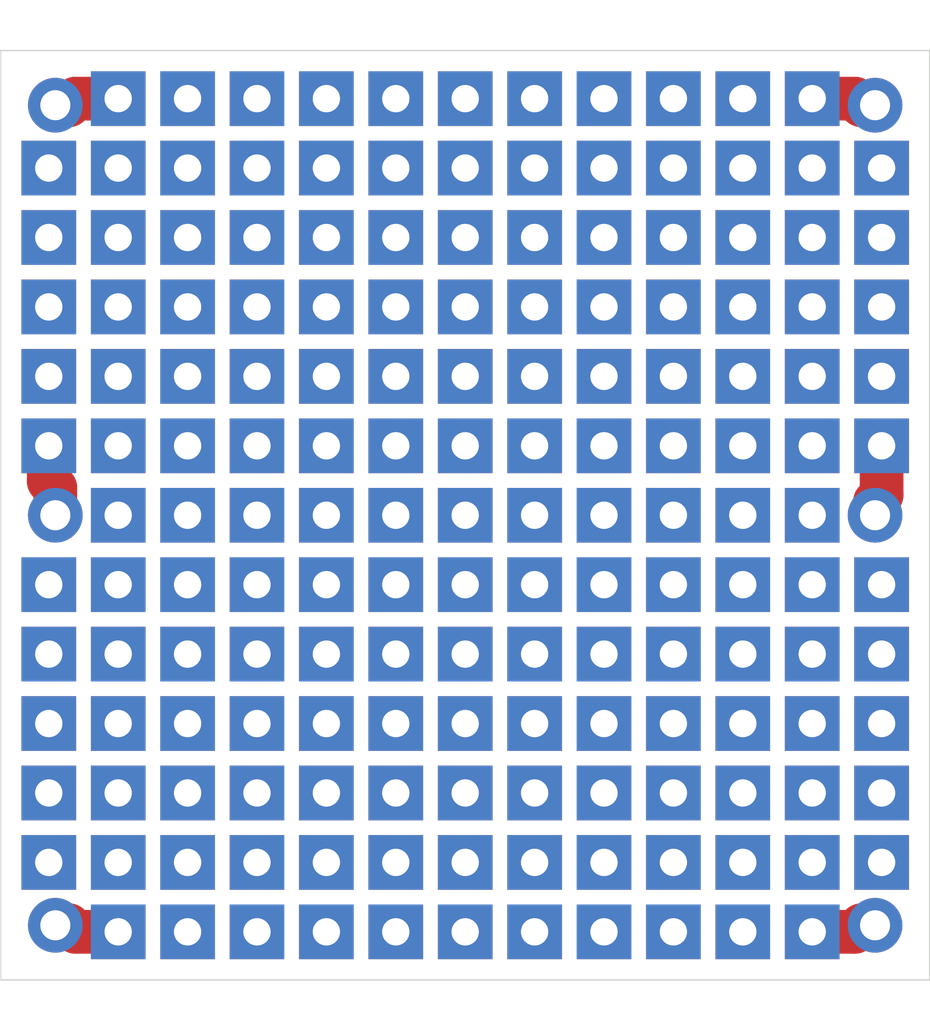
<source format=kicad_pcb>
(kicad_pcb (version 20171130) (host pcbnew 5.1.8-db9833491~87~ubuntu20.04.1)

  (general
    (thickness 1.6)
    (drawings 4)
    (tracks 18)
    (zones 0)
    (modules 7)
    (nets 7)
  )

  (page A4)
  (layers
    (0 F.Cu signal)
    (31 B.Cu signal)
    (32 B.Adhes user)
    (33 F.Adhes user)
    (34 B.Paste user)
    (35 F.Paste user)
    (36 B.SilkS user)
    (37 F.SilkS user)
    (38 B.Mask user)
    (39 F.Mask user)
    (40 Dwgs.User user)
    (41 Cmts.User user)
    (42 Eco1.User user)
    (43 Eco2.User user)
    (44 Edge.Cuts user)
    (45 Margin user)
    (46 B.CrtYd user)
    (47 F.CrtYd user)
    (48 B.Fab user)
    (49 F.Fab user)
  )

  (setup
    (last_trace_width 1.6)
    (user_trace_width 0.2)
    (user_trace_width 0.3)
    (user_trace_width 0.4)
    (user_trace_width 0.6)
    (user_trace_width 0.8)
    (user_trace_width 1)
    (user_trace_width 1.2)
    (user_trace_width 1.4)
    (user_trace_width 1.6)
    (user_trace_width 2)
    (trace_clearance 0.2)
    (zone_clearance 0.508)
    (zone_45_only no)
    (trace_min 0.1524)
    (via_size 0.8)
    (via_drill 0.4)
    (via_min_size 0.381)
    (via_min_drill 0.254)
    (user_via 0.4 0.254)
    (user_via 0.5 0.3)
    (user_via 0.6 0.4)
    (user_via 0.8 0.6)
    (user_via 1.1 0.8)
    (user_via 1.3 1)
    (user_via 1.5 1.2)
    (user_via 1.7 1.4)
    (user_via 1.9 1.6)
    (user_via 2.5 2)
    (uvia_size 0.3)
    (uvia_drill 0.1)
    (uvias_allowed no)
    (uvia_min_size 0.2)
    (uvia_min_drill 0.1)
    (edge_width 0.05)
    (segment_width 0.2)
    (pcb_text_width 0.3)
    (pcb_text_size 1.5 1.5)
    (mod_edge_width 0.12)
    (mod_text_size 0.8 0.8)
    (mod_text_width 0.12)
    (pad_size 1.524 1.524)
    (pad_drill 0.762)
    (pad_to_mask_clearance 0.0762)
    (solder_mask_min_width 0.1016)
    (pad_to_paste_clearance_ratio -0.1)
    (aux_axis_origin 0 0)
    (visible_elements FFFFFF7F)
    (pcbplotparams
      (layerselection 0x010fc_ffffffff)
      (usegerberextensions false)
      (usegerberattributes true)
      (usegerberadvancedattributes true)
      (creategerberjobfile true)
      (excludeedgelayer true)
      (linewidth 0.100000)
      (plotframeref false)
      (viasonmask false)
      (mode 1)
      (useauxorigin false)
      (hpglpennumber 1)
      (hpglpenspeed 20)
      (hpglpendiameter 15.000000)
      (psnegative false)
      (psa4output false)
      (plotreference true)
      (plotvalue true)
      (plotinvisibletext false)
      (padsonsilk false)
      (subtractmaskfromsilk false)
      (outputformat 1)
      (mirror false)
      (drillshape 1)
      (scaleselection 1)
      (outputdirectory ""))
  )

  (net 0 "")
  (net 1 /1)
  (net 2 /2)
  (net 3 /3)
  (net 4 /4)
  (net 5 /5)
  (net 6 /6)

  (net_class Default "This is the default net class."
    (clearance 0.2)
    (trace_width 0.25)
    (via_dia 0.8)
    (via_drill 0.4)
    (uvia_dia 0.3)
    (uvia_drill 0.1)
    (add_net /1)
    (add_net /2)
    (add_net /3)
    (add_net /4)
    (add_net /5)
    (add_net /6)
  )

  (module SquantorProto:proto-TH-0254-KOSGRID-2X2-P020SQ-H010 (layer F.Cu) (tedit 5FBA6398) (tstamp 5FBAEAE6)
    (at 157 78)
    (descr "Komos grid 2 by 2 prototyping area")
    (tags "KOSMOS prototyping area")
    (path /5FBA6872)
    (fp_text reference U1 (at 0 -18) (layer F.Fab)
      (effects (font (size 1 1) (thickness 0.15)))
    )
    (fp_text value KOSMOS_protoarea_6pin (at 0 17.78) (layer F.Fab)
      (effects (font (size 1 1) (thickness 0.15)))
    )
    (pad 5 thru_hole rect (at 15.24 -2.54) (size 2 2) (drill 1) (layers *.Cu *.Mask)
      (net 5 /5))
    (pad 2 thru_hole rect (at -15.24 -2.54) (size 2 2) (drill 1) (layers *.Cu *.Mask)
      (net 2 /2))
    (pad NC thru_hole rect (at 15.24 12.7) (size 2 2) (drill 1) (layers *.Cu *.Mask))
    (pad NC thru_hole rect (at -15.24 12.7) (size 2 2) (drill 1) (layers *.Cu *.Mask))
    (pad NC thru_hole rect (at -15.24 7.62) (size 2 2) (drill 1) (layers *.Cu *.Mask))
    (pad NC thru_hole rect (at -15.24 10.16) (size 2 2) (drill 1) (layers *.Cu *.Mask))
    (pad NC thru_hole rect (at -15.24 2.54) (size 2 2) (drill 1) (layers *.Cu *.Mask))
    (pad NC thru_hole rect (at -15.24 5.08) (size 2 2) (drill 1) (layers *.Cu *.Mask))
    (pad NC thru_hole rect (at 15.24 10.16) (size 2 2) (drill 1) (layers *.Cu *.Mask))
    (pad NC thru_hole rect (at 15.24 2.54) (size 2 2) (drill 1) (layers *.Cu *.Mask))
    (pad NC thru_hole rect (at 15.24 5.08) (size 2 2) (drill 1) (layers *.Cu *.Mask))
    (pad NC thru_hole rect (at 15.24 7.62) (size 2 2) (drill 1) (layers *.Cu *.Mask))
    (pad NC thru_hole rect (at 15.24 -5.08) (size 2 2) (drill 1) (layers *.Cu *.Mask))
    (pad NC thru_hole rect (at 15.24 -12.7) (size 2 2) (drill 1) (layers *.Cu *.Mask))
    (pad NC thru_hole rect (at 15.24 -10.16) (size 2 2) (drill 1) (layers *.Cu *.Mask))
    (pad NC thru_hole rect (at 15.24 -7.62) (size 2 2) (drill 1) (layers *.Cu *.Mask))
    (pad NC thru_hole rect (at -15.24 -10.16) (size 2 2) (drill 1) (layers *.Cu *.Mask))
    (pad NC thru_hole rect (at -15.24 -7.62) (size 2 2) (drill 1) (layers *.Cu *.Mask))
    (pad NC thru_hole rect (at -15.24 -5.08) (size 2 2) (drill 1) (layers *.Cu *.Mask))
    (pad NC thru_hole rect (at -15.24 -12.7) (size 2 2) (drill 1) (layers *.Cu *.Mask))
    (pad NC thru_hole rect (at -10.16 -7.62) (size 2 2) (drill 1) (layers *.Cu *.Mask))
    (pad NC thru_hole rect (at -7.62 15.24) (size 2 2) (drill 1) (layers *.Cu *.Mask))
    (pad NC thru_hole rect (at -12.7 -5.08) (size 2 2) (drill 1) (layers *.Cu *.Mask))
    (pad NC thru_hole rect (at -10.16 -15.24) (size 2 2) (drill 1) (layers *.Cu *.Mask))
    (pad NC thru_hole rect (at -10.16 7.62) (size 2 2) (drill 1) (layers *.Cu *.Mask))
    (pad NC thru_hole rect (at -10.16 -5.08) (size 2 2) (drill 1) (layers *.Cu *.Mask))
    (pad NC thru_hole rect (at -10.16 -2.54) (size 2 2) (drill 1) (layers *.Cu *.Mask))
    (pad NC thru_hole rect (at -10.16 10.16) (size 2 2) (drill 1) (layers *.Cu *.Mask))
    (pad NC thru_hole rect (at -10.16 15.24) (size 2 2) (drill 1) (layers *.Cu *.Mask))
    (pad NC thru_hole rect (at -12.7 10.16) (size 2 2) (drill 1) (layers *.Cu *.Mask))
    (pad NC thru_hole rect (at -7.62 -7.62) (size 2 2) (drill 1) (layers *.Cu *.Mask))
    (pad NC thru_hole rect (at -7.62 -12.7) (size 2 2) (drill 1) (layers *.Cu *.Mask))
    (pad NC thru_hole rect (at -12.7 -2.54) (size 2 2) (drill 1) (layers *.Cu *.Mask))
    (pad NC thru_hole rect (at -12.7 12.7) (size 2 2) (drill 1) (layers *.Cu *.Mask))
    (pad NC thru_hole rect (at -12.7 5.08) (size 2 2) (drill 1) (layers *.Cu *.Mask))
    (pad NC thru_hole rect (at -7.62 0) (size 2 2) (drill 1) (layers *.Cu *.Mask))
    (pad NC thru_hole rect (at -10.16 5.08) (size 2 2) (drill 1) (layers *.Cu *.Mask))
    (pad NC thru_hole rect (at -7.62 12.7) (size 2 2) (drill 1) (layers *.Cu *.Mask))
    (pad 1 thru_hole rect (at -12.7 -15.24) (size 2 2) (drill 1) (layers *.Cu *.Mask)
      (net 1 /1))
    (pad NC thru_hole rect (at -12.7 -7.62) (size 2 2) (drill 1) (layers *.Cu *.Mask))
    (pad NC thru_hole rect (at -12.7 0) (size 2 2) (drill 1) (layers *.Cu *.Mask))
    (pad NC thru_hole rect (at -10.16 -10.16) (size 2 2) (drill 1) (layers *.Cu *.Mask))
    (pad NC thru_hole rect (at -7.62 -15.24) (size 2 2) (drill 1) (layers *.Cu *.Mask))
    (pad NC thru_hole rect (at -12.7 7.62) (size 2 2) (drill 1) (layers *.Cu *.Mask))
    (pad NC thru_hole rect (at -7.62 10.16) (size 2 2) (drill 1) (layers *.Cu *.Mask))
    (pad NC thru_hole rect (at -12.7 -12.7) (size 2 2) (drill 1) (layers *.Cu *.Mask))
    (pad NC thru_hole rect (at -7.62 7.62) (size 2 2) (drill 1) (layers *.Cu *.Mask))
    (pad NC thru_hole rect (at -7.62 -2.54) (size 2 2) (drill 1) (layers *.Cu *.Mask))
    (pad NC thru_hole rect (at -10.16 2.54) (size 2 2) (drill 1) (layers *.Cu *.Mask))
    (pad NC thru_hole rect (at -12.7 -10.16) (size 2 2) (drill 1) (layers *.Cu *.Mask))
    (pad NC thru_hole rect (at -10.16 0) (size 2 2) (drill 1) (layers *.Cu *.Mask))
    (pad NC thru_hole rect (at -7.62 -5.08) (size 2 2) (drill 1) (layers *.Cu *.Mask))
    (pad NC thru_hole rect (at -7.62 -10.16) (size 2 2) (drill 1) (layers *.Cu *.Mask))
    (pad 3 thru_hole rect (at -12.7 15.24) (size 2 2) (drill 1) (layers *.Cu *.Mask)
      (net 3 /3))
    (pad NC thru_hole rect (at -12.7 2.54) (size 2 2) (drill 1) (layers *.Cu *.Mask))
    (pad NC thru_hole rect (at -10.16 12.7) (size 2 2) (drill 1) (layers *.Cu *.Mask))
    (pad NC thru_hole rect (at -7.62 2.54) (size 2 2) (drill 1) (layers *.Cu *.Mask))
    (pad NC thru_hole rect (at -10.16 -12.7) (size 2 2) (drill 1) (layers *.Cu *.Mask))
    (pad NC thru_hole rect (at -7.62 5.08) (size 2 2) (drill 1) (layers *.Cu *.Mask))
    (pad NC thru_hole rect (at 12.7 -2.54) (size 2 2) (drill 1) (layers *.Cu *.Mask))
    (pad NC thru_hole rect (at 7.62 -7.62) (size 2 2) (drill 1) (layers *.Cu *.Mask))
    (pad NC thru_hole rect (at 10.16 15.24) (size 2 2) (drill 1) (layers *.Cu *.Mask))
    (pad NC thru_hole rect (at 5.08 -5.08) (size 2 2) (drill 1) (layers *.Cu *.Mask))
    (pad NC thru_hole rect (at 7.62 -15.24) (size 2 2) (drill 1) (layers *.Cu *.Mask))
    (pad NC thru_hole rect (at 7.62 7.62) (size 2 2) (drill 1) (layers *.Cu *.Mask))
    (pad NC thru_hole rect (at 7.62 -5.08) (size 2 2) (drill 1) (layers *.Cu *.Mask))
    (pad NC thru_hole rect (at 7.62 -2.54) (size 2 2) (drill 1) (layers *.Cu *.Mask))
    (pad NC thru_hole rect (at 7.62 10.16) (size 2 2) (drill 1) (layers *.Cu *.Mask))
    (pad 6 thru_hole rect (at 12.7 -15.24) (size 2 2) (drill 1) (layers *.Cu *.Mask)
      (net 6 /6))
    (pad NC thru_hole rect (at 7.62 15.24) (size 2 2) (drill 1) (layers *.Cu *.Mask))
    (pad NC thru_hole rect (at 5.08 10.16) (size 2 2) (drill 1) (layers *.Cu *.Mask))
    (pad NC thru_hole rect (at 12.7 10.16) (size 2 2) (drill 1) (layers *.Cu *.Mask))
    (pad NC thru_hole rect (at 10.16 -7.62) (size 2 2) (drill 1) (layers *.Cu *.Mask))
    (pad NC thru_hole rect (at 10.16 -12.7) (size 2 2) (drill 1) (layers *.Cu *.Mask))
    (pad NC thru_hole rect (at 5.08 -2.54) (size 2 2) (drill 1) (layers *.Cu *.Mask))
    (pad NC thru_hole rect (at 5.08 12.7) (size 2 2) (drill 1) (layers *.Cu *.Mask))
    (pad NC thru_hole rect (at 5.08 5.08) (size 2 2) (drill 1) (layers *.Cu *.Mask))
    (pad NC thru_hole rect (at 10.16 0) (size 2 2) (drill 1) (layers *.Cu *.Mask))
    (pad NC thru_hole rect (at 7.62 5.08) (size 2 2) (drill 1) (layers *.Cu *.Mask))
    (pad NC thru_hole rect (at 12.7 5.08) (size 2 2) (drill 1) (layers *.Cu *.Mask))
    (pad NC thru_hole rect (at 10.16 12.7) (size 2 2) (drill 1) (layers *.Cu *.Mask))
    (pad NC thru_hole rect (at 12.7 -7.62) (size 2 2) (drill 1) (layers *.Cu *.Mask))
    (pad NC thru_hole rect (at 5.08 -15.24) (size 2 2) (drill 1) (layers *.Cu *.Mask))
    (pad NC thru_hole rect (at 5.08 -7.62) (size 2 2) (drill 1) (layers *.Cu *.Mask))
    (pad NC thru_hole rect (at 5.08 0) (size 2 2) (drill 1) (layers *.Cu *.Mask))
    (pad NC thru_hole rect (at 12.7 -10.16) (size 2 2) (drill 1) (layers *.Cu *.Mask))
    (pad NC thru_hole rect (at 7.62 -10.16) (size 2 2) (drill 1) (layers *.Cu *.Mask))
    (pad NC thru_hole rect (at 10.16 -15.24) (size 2 2) (drill 1) (layers *.Cu *.Mask))
    (pad NC thru_hole rect (at 5.08 7.62) (size 2 2) (drill 1) (layers *.Cu *.Mask))
    (pad NC thru_hole rect (at 10.16 10.16) (size 2 2) (drill 1) (layers *.Cu *.Mask))
    (pad 4 thru_hole rect (at 12.7 15.24) (size 2 2) (drill 1) (layers *.Cu *.Mask)
      (net 4 /4))
    (pad NC thru_hole rect (at 5.08 -12.7) (size 2 2) (drill 1) (layers *.Cu *.Mask))
    (pad NC thru_hole rect (at 10.16 7.62) (size 2 2) (drill 1) (layers *.Cu *.Mask))
    (pad NC thru_hole rect (at 10.16 -2.54) (size 2 2) (drill 1) (layers *.Cu *.Mask))
    (pad NC thru_hole rect (at 7.62 2.54) (size 2 2) (drill 1) (layers *.Cu *.Mask))
    (pad NC thru_hole rect (at 12.7 7.62) (size 2 2) (drill 1) (layers *.Cu *.Mask))
    (pad NC thru_hole rect (at 5.08 -10.16) (size 2 2) (drill 1) (layers *.Cu *.Mask))
    (pad NC thru_hole rect (at 7.62 0) (size 2 2) (drill 1) (layers *.Cu *.Mask))
    (pad NC thru_hole rect (at 10.16 -5.08) (size 2 2) (drill 1) (layers *.Cu *.Mask))
    (pad NC thru_hole rect (at 10.16 -10.16) (size 2 2) (drill 1) (layers *.Cu *.Mask))
    (pad NC thru_hole rect (at 5.08 15.24) (size 2 2) (drill 1) (layers *.Cu *.Mask))
    (pad NC thru_hole rect (at 5.08 2.54) (size 2 2) (drill 1) (layers *.Cu *.Mask))
    (pad NC thru_hole rect (at 12.7 2.54) (size 2 2) (drill 1) (layers *.Cu *.Mask))
    (pad NC thru_hole rect (at 12.7 -12.7) (size 2 2) (drill 1) (layers *.Cu *.Mask))
    (pad NC thru_hole rect (at 7.62 12.7) (size 2 2) (drill 1) (layers *.Cu *.Mask))
    (pad NC thru_hole rect (at 12.7 -5.08) (size 2 2) (drill 1) (layers *.Cu *.Mask))
    (pad NC thru_hole rect (at 12.7 0) (size 2 2) (drill 1) (layers *.Cu *.Mask))
    (pad NC thru_hole rect (at 12.7 12.7) (size 2 2) (drill 1) (layers *.Cu *.Mask))
    (pad NC thru_hole rect (at 10.16 2.54) (size 2 2) (drill 1) (layers *.Cu *.Mask))
    (pad NC thru_hole rect (at 7.62 -12.7) (size 2 2) (drill 1) (layers *.Cu *.Mask))
    (pad NC thru_hole rect (at 10.16 5.08) (size 2 2) (drill 1) (layers *.Cu *.Mask))
    (pad NC thru_hole rect (at -2.54 -15.24) (size 2 2) (drill 1) (layers *.Cu *.Mask))
    (pad NC thru_hole rect (at 0 -15.24) (size 2 2) (drill 1) (layers *.Cu *.Mask))
    (pad NC thru_hole rect (at 2.54 -15.24) (size 2 2) (drill 1) (layers *.Cu *.Mask))
    (pad NC thru_hole rect (at -5.08 -15.24) (size 2 2) (drill 1) (layers *.Cu *.Mask))
    (pad NC thru_hole rect (at -2.54 7.62) (size 2 2) (drill 1) (layers *.Cu *.Mask))
    (pad NC thru_hole rect (at -2.54 12.7) (size 2 2) (drill 1) (layers *.Cu *.Mask))
    (pad NC thru_hole rect (at 0 15.24) (size 2 2) (drill 1) (layers *.Cu *.Mask))
    (pad NC thru_hole rect (at -2.54 10.16) (size 2 2) (drill 1) (layers *.Cu *.Mask))
    (pad NC thru_hole rect (at 2.54 12.7) (size 2 2) (drill 1) (layers *.Cu *.Mask))
    (pad NC thru_hole rect (at 2.54 10.16) (size 2 2) (drill 1) (layers *.Cu *.Mask))
    (pad NC thru_hole rect (at 0 7.62) (size 2 2) (drill 1) (layers *.Cu *.Mask))
    (pad NC thru_hole rect (at -5.08 12.7) (size 2 2) (drill 1) (layers *.Cu *.Mask))
    (pad NC thru_hole rect (at 0 10.16) (size 2 2) (drill 1) (layers *.Cu *.Mask))
    (pad NC thru_hole rect (at 2.54 15.24) (size 2 2) (drill 1) (layers *.Cu *.Mask))
    (pad NC thru_hole rect (at -5.08 15.24) (size 2 2) (drill 1) (layers *.Cu *.Mask))
    (pad NC thru_hole rect (at -5.08 10.16) (size 2 2) (drill 1) (layers *.Cu *.Mask))
    (pad NC thru_hole rect (at 0 12.7) (size 2 2) (drill 1) (layers *.Cu *.Mask))
    (pad NC thru_hole rect (at 2.54 7.62) (size 2 2) (drill 1) (layers *.Cu *.Mask))
    (pad NC thru_hole rect (at -2.54 15.24) (size 2 2) (drill 1) (layers *.Cu *.Mask))
    (pad NC thru_hole rect (at -5.08 7.62) (size 2 2) (drill 1) (layers *.Cu *.Mask))
    (pad NC thru_hole rect (at 2.54 -12.7) (size 2 2) (drill 1) (layers *.Cu *.Mask))
    (pad NC thru_hole rect (at 2.54 -7.62) (size 2 2) (drill 1) (layers *.Cu *.Mask))
    (pad NC thru_hole rect (at 0 -12.7) (size 2 2) (drill 1) (layers *.Cu *.Mask))
    (pad NC thru_hole rect (at -5.08 -5.08) (size 2 2) (drill 1) (layers *.Cu *.Mask))
    (pad NC thru_hole rect (at 0 -5.08) (size 2 2) (drill 1) (layers *.Cu *.Mask))
    (pad NC thru_hole rect (at -5.08 -12.7) (size 2 2) (drill 1) (layers *.Cu *.Mask))
    (pad NC thru_hole rect (at 0 -10.16) (size 2 2) (drill 1) (layers *.Cu *.Mask))
    (pad NC thru_hole rect (at -5.08 -7.62) (size 2 2) (drill 1) (layers *.Cu *.Mask))
    (pad NC thru_hole rect (at 2.54 -10.16) (size 2 2) (drill 1) (layers *.Cu *.Mask))
    (pad NC thru_hole rect (at -2.54 -7.62) (size 2 2) (drill 1) (layers *.Cu *.Mask))
    (pad NC thru_hole rect (at 0 -7.62) (size 2 2) (drill 1) (layers *.Cu *.Mask))
    (pad NC thru_hole rect (at 2.54 -5.08) (size 2 2) (drill 1) (layers *.Cu *.Mask))
    (pad NC thru_hole rect (at -5.08 -10.16) (size 2 2) (drill 1) (layers *.Cu *.Mask))
    (pad NC thru_hole rect (at -2.54 -10.16) (size 2 2) (drill 1) (layers *.Cu *.Mask))
    (pad NC thru_hole rect (at -2.54 -5.08) (size 2 2) (drill 1) (layers *.Cu *.Mask))
    (pad NC thru_hole rect (at -2.54 -12.7) (size 2 2) (drill 1) (layers *.Cu *.Mask))
    (pad NC thru_hole rect (at 2.54 2.54) (size 2 2) (drill 1) (layers *.Cu *.Mask))
    (pad NC thru_hole rect (at 0 2.54) (size 2 2) (drill 1) (layers *.Cu *.Mask))
    (pad NC thru_hole rect (at -5.08 2.54) (size 2 2) (drill 1) (layers *.Cu *.Mask))
    (pad NC thru_hole rect (at 0 5.08) (size 2 2) (drill 1) (layers *.Cu *.Mask))
    (pad NC thru_hole rect (at 2.54 5.08) (size 2 2) (drill 1) (layers *.Cu *.Mask))
    (pad NC thru_hole rect (at -5.08 5.08) (size 2 2) (drill 1) (layers *.Cu *.Mask))
    (pad NC thru_hole rect (at -2.54 5.08) (size 2 2) (drill 1) (layers *.Cu *.Mask))
    (pad NC thru_hole rect (at -2.54 2.54) (size 2 2) (drill 1) (layers *.Cu *.Mask))
    (pad NC thru_hole rect (at -2.54 -2.54) (size 2 2) (drill 1) (layers *.Cu *.Mask))
    (pad NC thru_hole rect (at -5.08 -2.54) (size 2 2) (drill 1) (layers *.Cu *.Mask))
    (pad NC thru_hole rect (at -5.08 0) (size 2 2) (drill 1) (layers *.Cu *.Mask))
    (pad NC thru_hole rect (at -2.54 0) (size 2 2) (drill 1) (layers *.Cu *.Mask))
    (pad NC thru_hole rect (at 0 -2.54) (size 2 2) (drill 1) (layers *.Cu *.Mask))
    (pad NC thru_hole rect (at 2.54 -2.54) (size 2 2) (drill 1) (layers *.Cu *.Mask))
    (pad NC thru_hole rect (at 2.54 0) (size 2 2) (drill 1) (layers *.Cu *.Mask))
    (pad NC thru_hole rect (at 0 0) (size 2 2) (drill 1) (layers *.Cu *.Mask))
  )

  (module mill-max:PC_pin_nail_head_6092 locked (layer F.Cu) (tedit 5FB583BD) (tstamp 5FB7E19E)
    (at 172 63)
    (path /5FB6F255)
    (fp_text reference J6 (at -2 2) (layer F.Fab)
      (effects (font (size 1 1) (thickness 0.15)))
    )
    (fp_text value 6 (at -2 2) (layer F.Fab)
      (effects (font (size 1 1) (thickness 0.15)))
    )
    (fp_circle (center 0 0) (end 1.3 0) (layer B.CrtYd) (width 0.025))
    (fp_circle (center 0 0) (end 1.3 0) (layer F.CrtYd) (width 0.025))
    (pad 1 thru_hole circle (at 0 0) (size 2 2) (drill 1.1) (layers *.Cu *.Mask)
      (net 6 /6))
  )

  (module mill-max:PC_pin_nail_head_6092 locked (layer F.Cu) (tedit 5FB583BD) (tstamp 5FB6EAD0)
    (at 172 78)
    (path /5FB6ECA4)
    (fp_text reference J5 (at -3 0) (layer F.Fab)
      (effects (font (size 1 1) (thickness 0.15)))
    )
    (fp_text value 5 (at -3 0) (layer F.Fab)
      (effects (font (size 1 1) (thickness 0.15)))
    )
    (fp_circle (center 0 0) (end 1.3 0) (layer B.CrtYd) (width 0.025))
    (fp_circle (center 0 0) (end 1.3 0) (layer F.CrtYd) (width 0.025))
    (pad 1 thru_hole circle (at 0 0) (size 2 2) (drill 1.1) (layers *.Cu *.Mask)
      (net 5 /5))
  )

  (module mill-max:PC_pin_nail_head_6092 locked (layer F.Cu) (tedit 5FB583BD) (tstamp 5FB6EB0F)
    (at 172 93)
    (path /5FB5975F)
    (fp_text reference J4 (at -2 -2) (layer F.Fab)
      (effects (font (size 1 1) (thickness 0.15)))
    )
    (fp_text value 4 (at -2 -2) (layer F.Fab)
      (effects (font (size 1 1) (thickness 0.15)))
    )
    (fp_circle (center 0 0) (end 1.3 0) (layer F.CrtYd) (width 0.025))
    (fp_circle (center 0 0) (end 1.3 0) (layer B.CrtYd) (width 0.025))
    (pad 1 thru_hole circle (at 0 0) (size 2 2) (drill 1.1) (layers *.Cu *.Mask)
      (net 4 /4))
  )

  (module mill-max:PC_pin_nail_head_6092 locked (layer F.Cu) (tedit 5FB583BD) (tstamp 5FB5E4C2)
    (at 142 93)
    (path /5FB592C5)
    (fp_text reference J3 (at 2 -2) (layer F.Fab)
      (effects (font (size 1 1) (thickness 0.15)))
    )
    (fp_text value 3 (at 2 -2) (layer F.Fab)
      (effects (font (size 1 1) (thickness 0.15)))
    )
    (fp_circle (center 0 0) (end 1.3 0) (layer F.CrtYd) (width 0.025))
    (fp_circle (center 0 0) (end 1.3 0) (layer B.CrtYd) (width 0.025))
    (pad 1 thru_hole circle (at 0 0) (size 2 2) (drill 1.1) (layers *.Cu *.Mask)
      (net 3 /3))
  )

  (module mill-max:PC_pin_nail_head_6092 locked (layer F.Cu) (tedit 5FB583BD) (tstamp 5FB5E4BB)
    (at 142 78)
    (path /5FB58352)
    (fp_text reference J2 (at 3 0) (layer F.Fab)
      (effects (font (size 1 1) (thickness 0.15)))
    )
    (fp_text value 2 (at 3 0) (layer F.Fab)
      (effects (font (size 1 1) (thickness 0.15)))
    )
    (fp_circle (center 0 0) (end 1.3 0) (layer F.CrtYd) (width 0.025))
    (fp_circle (center 0 0) (end 1.3 0) (layer B.CrtYd) (width 0.025))
    (pad 1 thru_hole circle (at 0 0) (size 2 2) (drill 1.1) (layers *.Cu *.Mask)
      (net 2 /2))
  )

  (module mill-max:PC_pin_nail_head_6092 locked (layer F.Cu) (tedit 5FB583BD) (tstamp 5FB5E4B4)
    (at 142 63)
    (path /5FB58B49)
    (fp_text reference J1 (at 2 2) (layer F.Fab)
      (effects (font (size 1 1) (thickness 0.15)))
    )
    (fp_text value 1 (at 2 2) (layer F.Fab)
      (effects (font (size 1 1) (thickness 0.15)))
    )
    (fp_circle (center 0 0) (end 1.3 0) (layer F.CrtYd) (width 0.025))
    (fp_circle (center 0 0) (end 1.3 0) (layer B.CrtYd) (width 0.025))
    (pad 1 thru_hole circle (at 0 0) (size 2 2) (drill 1.1) (layers *.Cu *.Mask)
      (net 1 /1))
  )

  (gr_line (start 174 61) (end 140 61) (layer Edge.Cuts) (width 0.05) (tstamp 5FB5E506))
  (gr_line (start 174 61) (end 174 95) (layer Edge.Cuts) (width 0.05) (tstamp 5FB5E4FA))
  (gr_line (start 140 95) (end 174 95) (layer Edge.Cuts) (width 0.05) (tstamp 5FB5E4F5))
  (gr_line (start 140 95) (end 140 61) (layer Edge.Cuts) (width 0.05))

  (segment (start 142 63) (end 142.5 63) (width 1.6) (layer F.Cu) (net 1))
  (segment (start 142.74 62.76) (end 144.3 62.76) (width 1.6) (layer F.Cu) (net 1))
  (segment (start 142.5 63) (end 142.74 62.76) (width 1.6) (layer F.Cu) (net 1))
  (segment (start 142 78) (end 142 77) (width 1.6) (layer F.Cu) (net 2))
  (segment (start 141.76 76.76) (end 141.76 75.46) (width 1.6) (layer F.Cu) (net 2))
  (segment (start 142 77) (end 141.76 76.76) (width 1.6) (layer F.Cu) (net 2))
  (segment (start 142 93) (end 142.5 93) (width 1.6) (layer F.Cu) (net 3))
  (segment (start 142.74 93.24) (end 144.3 93.24) (width 1.6) (layer F.Cu) (net 3))
  (segment (start 142.5 93) (end 142.74 93.24) (width 1.6) (layer F.Cu) (net 3))
  (segment (start 172 93) (end 171.5 93) (width 1.6) (layer F.Cu) (net 4))
  (segment (start 171.26 93.24) (end 169.7 93.24) (width 1.6) (layer F.Cu) (net 4))
  (segment (start 171.5 93) (end 171.26 93.24) (width 1.6) (layer F.Cu) (net 4))
  (segment (start 172 78) (end 172 77.5) (width 1.6) (layer F.Cu) (net 5))
  (segment (start 172.24 77.26) (end 172.24 75.46) (width 1.6) (layer F.Cu) (net 5))
  (segment (start 172 77.5) (end 172.24 77.26) (width 1.6) (layer F.Cu) (net 5))
  (segment (start 172 63) (end 171.5 63) (width 1.6) (layer F.Cu) (net 6))
  (segment (start 171.26 62.76) (end 169.7 62.76) (width 1.6) (layer F.Cu) (net 6))
  (segment (start 171.5 63) (end 171.26 62.76) (width 1.6) (layer F.Cu) (net 6))

)

</source>
